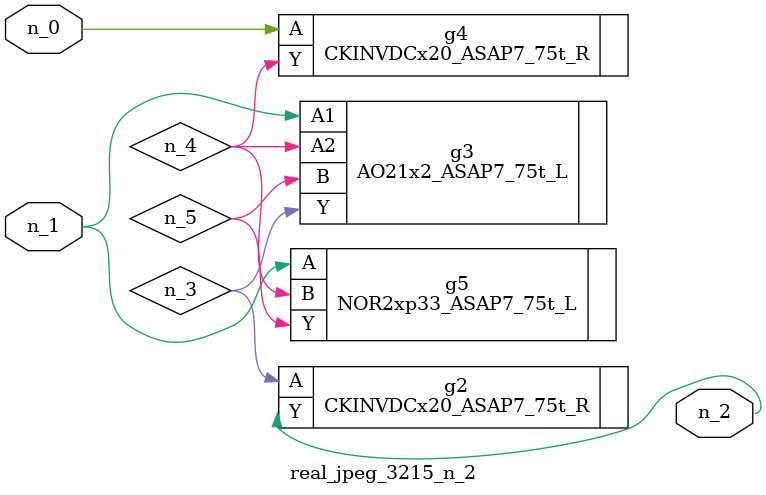
<source format=v>
module real_jpeg_3215_n_2 (n_1, n_0, n_2);

input n_1;
input n_0;

output n_2;

wire n_5;
wire n_4;
wire n_3;

CKINVDCx20_ASAP7_75t_R g4 ( 
.A(n_0),
.Y(n_4)
);

AO21x2_ASAP7_75t_L g3 ( 
.A1(n_1),
.A2(n_4),
.B(n_5),
.Y(n_3)
);

NOR2xp33_ASAP7_75t_L g5 ( 
.A(n_1),
.B(n_4),
.Y(n_5)
);

CKINVDCx20_ASAP7_75t_R g2 ( 
.A(n_3),
.Y(n_2)
);


endmodule
</source>
